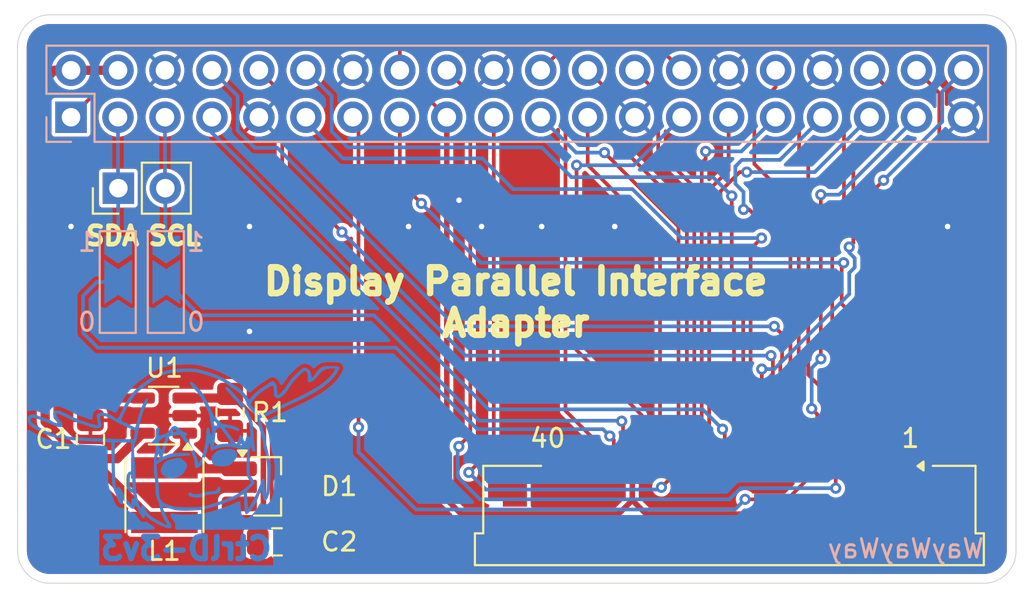
<source format=kicad_pcb>
(kicad_pcb (version 20241229) (generator "pcbnew") (generator_version "9.0")
  (layers (0 "F.Cu" signal) (2 "B.Cu" signal) (13 "F.Paste" user) (15 "B.Paste" user) (5 "F.SilkS" user "F.Silkscreen") (7 "B.SilkS" user "B.Silkscreen") (1 "F.Mask" user) (3 "B.Mask" user) (25 "Edge.Cuts" user))
  (net 0 "")
  (net 1 "GND")
  (net 2 "+5V")
  (net 3 "LED+")
  (net 4 "Net-(D1-A)")
  (net 5 "GPIO11")
  (net 6 "GPIO19")
  (net 7 "GPIO8")
  (net 8 "VDD")
  (net 9 "GPIO21")
  (net 10 "GPIO25")
  (net 11 "GPIO26")
  (net 12 "GPIO10")
  (net 13 "GPIO6")
  (net 14 "GPIO15")
  (net 15 "GPIO14")
  (net 16 "GPIO13")
  (net 17 "GPIO20")
  (net 18 "GPIO9")
  (net 19 "Net-(J1-SCL_I2C1{slash}GPIO03)")
  (net 20 "GPIO17")
  (net 21 "GPIO16")
  (net 22 "GPIO12")
  (net 23 "GPIO18")
  (net 24 "GPIO22")
  (net 25 "GPIO7")
  (net 26 "GPIO0")
  (net 27 "GPIO27")
  (net 28 "GPIO1")
  (net 29 "GPIO23")
  (net 30 "GPIO5")
  (net 31 "Net-(J1-SDA_I2C1{slash}GPIO02)")
  (net 32 "GPIO4")
  (net 33 "GPIO24")
  (net 34 "LED-")
  (net 37 "GPIO3")
  (net 39 "GPIO2")
  (footprint "Package_TO_SOT_SMD:SOT-23-5" (layer "F.Cu") (at 26.51 40.875 180)
    (property "Reference" "U1")
    (property "Value" "LT1937ES5")
  )
  (footprint "Connector_FFC-FPC:Amphenol_F32Q-1A7x1-11040_1x40-1MP_P0.5mm_Horizontal" (layer "F.Cu") (at 57.1 46.6)
    (property "Reference" "J2" (hide yes))
    (property "Value" "DPI Connector")
  )
  (footprint "Resistor_SMD:R_0805_2012Metric_Pad1.20x1.40mm_HandSolder" (layer "F.Cu") (at 30.1 40.7 -90)
    (property "Reference" "R1")
    (property "Value" "4R")
  )
  (footprint "Connector_PinHeader_2.54mm:PinHeader_1x02_P2.54mm_Vertical" (layer "F.Cu") (at 24.06 28.575 90)
    (property "Reference" "J3" (hide yes))
    (property "Value" "Conn_01x02_Pin")
  )
  (footprint "Inductor_SMD:L_Vishay_IFSC-1515AH_4x4x1.8mm" (layer "F.Cu") (at 26.55 45.175 90)
    (property "Reference" "L1")
    (property "Value" "22 uH")
  )
  (footprint "Capacitor_SMD:C_0805_2012Metric_Pad1.18x1.45mm_HandSolder" (layer "F.Cu") (at 22.55 42.1625 90)
    (property "Reference" "C1")
    (property "Value" "1uF")
  )
  (footprint "Package_TO_SOT_SMD:SOT-23_Handsoldering" (layer "F.Cu") (at 32.1 44.7)
    (property "Reference" "D1")
    (property "Value" "D_Schottky")
  )
  (footprint "Capacitor_SMD:C_0805_2012Metric_Pad1.18x1.45mm_HandSolder" (layer "F.Cu") (at 32.6375 47.7 180)
    (property "Reference" "C2")
    (property "Value" "0.22 uF")
  )
  (footprint "Connector_PinSocket_2.54mm:PinSocket_2x20_P2.54mm_Vertical" (layer "B.Cu") (at 21.5 24.74 -90)
    (property "Reference" "J1" (hide yes))
    (property "Value" "Raspberry_Pi_4" (hide yes))
  )
  (footprint "LOGO" (layer "B.Cu") (at 28.1432 43.2308 180)
    (property "Reference" "G***" (hide yes))
    (property "Value" "LOGO" (hide yes))
  )
  (footprint "Jumper:SolderJumper-3_P2.0mm_Open_TrianglePad1.0x1.5mm_NumberLabels" (layer "B.Cu") (at 26.65 33.65 -90)
    (property "Reference" "JP1" (hide yes))
    (property "Value" "SolderJumper_3_Open" (hide yes))
  )
  (footprint "LOGO" (layer "B.Cu") (at 28.1432 43.2308 180)
    (property "Reference" "G***" (hide yes))
    (property "Value" "LOGO" (hide yes))
  )
  (footprint "Jumper:SolderJumper-3_P2.0mm_Open_TrianglePad1.0x1.5mm_NumberLabels" (layer "B.Cu") (at 24.05 33.65 -90)
    (property "Reference" "JP2" (hide yes))
    (property "Value" "SolderJumper_3_Open" (hide yes))
  )
  (gr_line (start 18.612601 48.2) (end 18.60399 20.95) (stroke (width 0.05)) (layer "Edge.Cuts"))
  (gr_line (start 70.862598 49.937437) (end 20.350038 49.937437) (stroke (width 0.05)) (layer "Edge.Cuts"))
  (gr_arc (start 18.603991 20.95) (mid 19.116553 19.71256) (end 20.35399 19.199991) (stroke (width 0.05)) (layer "Edge.Cuts"))
  (gr_arc (start 72.600038 48.187436) (mid 72.095621 49.424136) (end 70.862601 49.937482) (stroke (width 0.05)) (layer "Edge.Cuts"))
  (gr_arc (start 20.350038 49.937437) (mid 19.121485 49.428553) (end 18.612601 48.2) (stroke (width 0.05)) (layer "Edge.Cuts"))
  (gr_line (start 72.6 20.95) (end 72.6 48.183018) (stroke (width 0.05)) (layer "Edge.Cuts"))
  (gr_arc (start 70.85 19.2) (mid 72.087437 19.712563) (end 72.6 20.95) (stroke (width 0.05)) (layer "Edge.Cuts"))
  (gr_line (start 20.359916 19.2) (end 70.85 19.2) (stroke (width 0.05)) (layer "Edge.Cuts"))
  (gr_text "CtrlD-3v3" (at 32.49428 48.767035 -0) (layer "B.Cu") (effects (font (size 1.2 1.2) (thickness 0.3) (bold yes)) (justify left bottom mirror)))
  (gr_text "1" (at 66.32 42.68 0) (layer "F.SilkS") (effects (font (size 1 1)) (justify left bottom)))
  (gr_text "SCL" (at 25.553922 31.740575 0) (layer "F.SilkS") (effects (font (size 1 1) (thickness 0.25) (bold yes)) (justify left bottom)))
  (gr_text "40" (at 46.22 42.68 0) (layer "F.SilkS") (effects (font (size 1 1)) (justify left bottom)))
  (gr_text "SDA" (at 22.173421 31.740575 0) (layer "F.SilkS") (effects (font (size 1 1) (thickness 0.25) (bold yes)) (justify left bottom)))
  (gr_text "Display Parallel Interface\nAdapter" (at 45.55 36.693711 0) (layer "F.SilkS") (effects (font (size 1.4 1.4) (thickness 0.35) (bold yes)) (justify bottom)))
  (gr_text "1" (at 28.829 32.0802 -0) (layer "B.SilkS") (effects (font (size 1 1)) (justify left bottom mirror)))
  (gr_text "WayWayWay" (at 70.95 48.65 -0) (layer "B.SilkS") (effects (font (size 1 1)) (justify left bottom mirror)))
  (gr_text "1" (at 22.9362 32.0802 -0) (layer "B.SilkS") (effects (font (size 1 1)) (justify left bottom mirror)))
  (gr_text "0" (at 22.9362 36.3982 0) (layer "B.SilkS") (effects (font (size 1 1)) (justify left bottom mirror)))
  (gr_text "0" (at 28.829 36.3982 0) (layer "B.SilkS") (effects (font (size 1 1)) (justify left bottom mirror)))
  (segment (start 22.55 41.125) (end 22.8 40.875) (width 0.5) (layer "F.Cu") (net 1))
  (segment (start 69.76 24.833) (end 69.76 24.74) (width 0.2) (layer "F.Cu") (net 1))
  (segment (start 30.3014 41.7) (end 30.1 41.7) (width 0.2) (layer "F.Cu") (net 1))
  (segment (start 30.6388 42.037) (end 30.3014 41.7) (width 0.2) (layer "F.Cu") (net 1))
  (via (at 43.7 30.65) (size 0.6) (drill 0.3) (layers "F.Cu" "B.Cu") (net 1))
  (via (at 21.5 30.65) (size 0.6) (drill 0.3) (layers "F.Cu" "B.Cu") (net 1))
  (via (at 46.95 30.65) (size 0.6) (drill 0.3) (layers "F.Cu" "B.Cu") (net 1))
  (via (at 31.15 36.32) (size 0.6) (drill 0.3) (layers "F.Cu" "B.Cu") (net 1))
  (via (at 50.9 30.65) (size 0.6) (drill 0.3) (layers "F.Cu" "B.Cu") (net 1))
  (via (at 39.75 30.65) (size 0.6) (drill 0.3) (layers "F.Cu" "B.Cu") (net 1))
  (via (at 31.15 30.65) (size 0.6) (drill 0.3) (layers "F.Cu" "B.Cu") (net 1))
  (via (at 42.479625 29.226673) (size 0.6) (drill 0.3) (layers "F.Cu" "B.Cu") (net 1))
  (via (at 68.9 30.65) (size 0.6) (drill 0.3) (layers "F.Cu" "B.Cu") (net 1))
  (segment (start 24.04 22.2) (end 21.5 22.2) (width 0.5) (layer "F.Cu") (net 2))
  (segment (start 20.1 22.7) (end 20.1 39.95) (width 0.5) (layer "F.Cu") (net 2))
  (segment (start 22.55 43.2) (end 23.9975 43.2) (width 0.5) (layer "F.Cu") (net 2))
  (segment (start 26.55 46.65) (end 26 46.65) (width 0.5) (layer "F.Cu") (net 2))
  (segment (start 22.1 43.2) (end 22.55 43.2) (width 0.5) (layer "F.Cu") (net 2))
  (segment (start 26 46.65) (end 22.55 43.2) (width 0.5) (layer "F.Cu") (net 2))
  (segment (start 25.3725 39.925) (end 20.125 39.925) (width 0.5) (layer "F.Cu") (net 2))
  (segment (start 20.1 41.2) (end 22.1 43.2) (width 0.5) (layer "F.Cu") (net 2))
  (segment (start 23.9975 43.2) (end 25.3725 41.825) (width 0.5) (layer "F.Cu") (net 2))
  (segment (start 20.6 22.2) (end 20.1 22.7) (width 0.5) (layer "F.Cu") (net 2))
  (segment (start 20.1 39.95) (end 20.1 41.2) (width 0.5) (layer "F.Cu") (net 2))
  (segment (start 21.5 22.2) (end 20.6 22.2) (width 0.5) (layer "F.Cu") (net 2))
  (segment (start 20.125 39.925) (end 20.1 39.95) (width 0.5) (layer "F.Cu") (net 2))
  (segment (start 64.809 46.7) (end 34.675 46.7) (width 0.3) (layer "F.Cu") (net 3))
  (segment (start 33.6 44.7) (end 33.6 47.625) (width 0.5) (layer "F.Cu") (net 3))
  (segment (start 66.35 43.7) (end 66.35 45.159) (width 0.3) (layer "F.Cu") (net 3))
  (segment (start 34.675 46.7) (end 33.675 47.7) (width 0.3) (layer "F.Cu") (net 3))
  (segment (start 66.35 45.159) (end 64.809 46.7) (width 0.3) (layer "F.Cu") (net 3))
  (segment (start 33.6 47.625) (end 33.675 47.7) (width 0.5) (layer "F.Cu") (net 3))
  (segment (start 27.652 42.602) (end 28.8 43.75) (width 0.5) (layer "F.Cu") (net 4))
  (segment (start 27.652 42.602) (end 27.648 42.606) (width 0.5) (layer "F.Cu") (net 4))
  (segment (start 28.8 43.75) (end 26.6 43.75) (width 0.5) (layer "F.Cu") (net 4))
  (segment (start 27.6475 42.602) (end 27.652 42.602) (width 0.5) (layer "F.Cu") (net 4))
  (segment (start 26.6 43.75) (end 26.55 43.7) (width 0.5) (layer "F.Cu") (net 4))
  (segment (start 27.6475 41.825) (end 27.6475 42.602) (width 0.5) (layer "F.Cu") (net 4))
  (segment (start 30.6 43.75) (end 28.8 43.75) (width 0.5) (layer "F.Cu") (net 4))
  (segment (start 27.648 42.606) (end 27.648 43.248) (width 0.5) (layer "F.Cu") (net 4))
  (segment (start 27.648 43.248) (end 27.7 43.3) (width 0.5) (layer "F.Cu") (net 4))
  (segment (start 27.6475 42.602) (end 26.55 43.7) (width 0.5) (layer "F.Cu") (net 4))
  (segment (start 49.44 27.322) (end 53.35 31.232) (width 0.2) (layer "F.Cu") (net 5))
  (segment (start 53.35 31.232) (end 53.35 43.7) (width 0.2) (layer "F.Cu") (net 5))
  (segment (start 49.44 24.74) (end 49.44 27.322) (width 0.2) (layer "F.Cu") (net 5))
  (segment (start 57.0248 34.553) (end 57.1483 34.676) (width 0.2) (layer "F.Cu") (net 6))
  (segment (start 57.1483 34.676) (end 57.35 34.878) (width 0.2) (layer "F.Cu") (net 6))
  (segment (start 57.35 34.878) (end 57.35 43.7) (width 0.2) (layer "F.Cu") (net 6))
  (segment (start 56.6166 34.145) (end 57.0248 34.553) (width 0.2) (layer "F.Cu") (net 6))
  (segment (start 57.0248 34.553) (end 57.1483 34.676) (width 0.2) (layer "F.Cu") (net 6))
  (segment (start 58.036 27.707) (end 57.6557 27.707) (width 0.2) (layer "F.Cu") (net 6))
  (segment (start 56.6166 28.746) (end 56.6166 34.145) (width 0.2) (layer "F.Cu") (net 6))
  (segment (start 57.6557 27.707) (end 56.6166 28.746) (width 0.2) (layer "F.Cu") (net 6))
  (via (at 58.036 27.707) (size 0.6) (drill 0.3) (layers "F.Cu" "B.Cu") (net 6))
  (segment (start 61.713 27.707) (end 58.036 27.707) (width 0.2) (layer "B.Cu") (net 6))
  (segment (start 64.68 24.74) (end 61.713 27.707) (width 0.2) (layer "B.Cu") (net 6))
  (segment (start 54.85 42.284) (end 54.85 43.7) (width 0.2) (layer "F.Cu") (net 7))
  (segment (start 54.8007 42.235) (end 54.85 42.284) (width 0.2) (layer "F.Cu") (net 7))
  (segment (start 49.44 22.2) (end 50.71 23.47) (width 0.2) (layer "F.Cu") (net 7))
  (segment (start 54.8007 29.916) (end 54.8007 42.235) (width 0.2) (layer "F.Cu") (net 7))
  (segment (start 50.71 23.47) (end 50.71 25.826) (width 0.2) (layer "F.Cu") (net 7))
  (segment (start 50.71 25.826) (end 54.8007 29.916) (width 0.2) (layer "F.Cu") (net 7))
  (segment (start 38.80324 23.351) (end 40.431 23.351) (width 0.2) (layer "F.Cu") (net 8))
  (segment (start 21.5 24.74) (end 22.889 23.351) (width 0.2) (layer "F.Cu") (net 8))
  (segment (start 25.429 21.72324) (end 26.10324 21.049) (width 0.2) (layer "F.Cu") (net 8))
  (segment (start 65.35 43.7) (end 65.39 43.66) (width 0.2) (layer "F.Cu") (net 8))
  (segment (start 38.129 21.96124) (end 38.129 22.67676) (width 0.2) (layer "F.Cu") (net 8))
  (segment (start 42.6 46.2) (end 51.1 46.2) (width 0.3) (layer "F.Cu") (net 8))
  (segment (start 51.85 45.45) (end 52.6 46.2) (width 0.3) (layer "F.Cu") (net 8))
  (segment (start 52.6 46.2) (end 63.95 46.2) (width 0.3) (layer "F.Cu") (net 8))
  (segment (start 24.75476 23.351) (end 25.429 22.67676) (width 0.2) (layer "F.Cu") (net 8))
  (segment (start 51.1 46.2) (end 51.85 45.45) (width 0.3) (layer "F.Cu") (net 8))
  (segment (start 25.429 22.67676) (end 25.429 21.72324) (width 0.2) (layer "F.Cu") (net 8))
  (segment (start 41.82 24.74) (end 41.82 45.42) (width 0.3) (layer "F.Cu") (net 8))
  (segment (start 22.889 23.351) (end 24.75476 23.351) (width 0.2) (layer "F.Cu") (net 8))
  (segment (start 63.95 46.2) (end 65.35 44.8) (width 0.3) (layer "F.Cu") (net 8))
  (segment (start 41.82 45.42) (end 42.6 46.2) (width 0.3) (layer "F.Cu") (net 8))
  (segment (start 38.129 22.67676) (end 38.80324 23.351) (width 0.2) (layer "F.Cu") (net 8))
  (segment (start 40.431 23.351) (end 41.82 24.74) (width 0.2) (layer "F.Cu") (net 8))
  (segment (start 26.10324 21.049) (end 37.21676 21.049) (width 0.2) (layer "F.Cu") (net 8))
  (segment (start 37.21676 21.049) (end 38.129 21.96124) (width 0.2) (layer "F.Cu") (net 8))
  (segment (start 51.85 45.45) (end 51.85 43.7) (width 0.3) (layer "F.Cu") (net 8))
  (segment (start 65.35 44.8) (end 65.35 43.7) (width 0.3) (layer "F.Cu") (net 8))
  (segment (start 21.788 24.452) (end 21.5 24.74) (width 0.2) (layer "B.Cu") (net 8))
  (segment (start 64.35 29.23776) (end 64.35 43.7) (width 0.2) (layer "F.Cu") (net 9))
  (segment (start 65.43776 28.15) (end 64.35 29.23776) (width 0.2) (layer "F.Cu") (net 9))
  (via (at 65.43776 28.15) (size 0.6) (drill 0.3) (layers "F.Cu" "B.Cu") (net 9))
  (segment (start 68.609 23.351) (end 68.609 24.97876) (width 0.2) (layer "B.Cu") (net 9))
  (segment (start 69.76 22.2) (end 68.609 23.351) (width 0.2) (layer "B.Cu") (net 9))
  (segment (start 68.609 24.97876) (end 65.43776 28.15) (width 0.2) (layer "B.Cu") (net 9))
  (segment (start 61.364 27.098) (end 61.364 38.664) (width 0.2) (layer "F.Cu") (net 10))
  (segment (start 61.364 38.664) (end 62.35 39.65) (width 0.2) (layer "F.Cu") (net 10))
  (segment (start 62.35 39.65) (end 62.35 43.7) (width 0.2) (layer "F.Cu") (net 10))
  (segment (start 48.481 20.619) (end 59.728 20.619) (width 0.2) (layer "F.Cu") (net 10))
  (segment (start 46.9 22.2) (end 48.481 20.619) (width 0.2) (layer "F.Cu") (net 10))
  (segment (start 59.86 20.751) (end 60.87 21.76) (width 0.2) (layer "F.Cu") (net 10))
  (segment (start 60.87 26.603) (end 61.364 27.098) (width 0.2) (layer "F.Cu") (net 10))
  (segment (start 60.87 21.76) (end 60.87 26.603) (width 0.2) (layer "F.Cu") (net 10))
  (segment (start 59.728 20.619) (end 59.86 20.751) (width 0.2) (layer "F.Cu") (net 10))
  (segment (start 61.55 40.5) (end 61.85 40.8) (width 0.2) (layer "F.Cu") (net 11))
  (segment (start 62.042 28.928) (end 62.042 28.899) (width 0.2) (layer "F.Cu") (net 11))
  (segment (start 62.042 28.899) (end 62.091 28.85) (width 0.2) (layer "F.Cu") (net 11))
  (segment (start 62.042 28.928) (end 62.042 37.792) (width 0.2) (layer "F.Cu") (net 11))
  (segment (start 62.042 37.792) (end 62.05 37.8) (width 0.2) (layer "F.Cu") (net 11))
  (segment (start 61.85 40.8) (end 61.85 43.7) (width 0.2) (layer "F.Cu") (net 11))
  (via (at 62.042 28.928) (size 0.6) (drill 0.3) (layers "F.Cu" "B.Cu") (net 11))
  (via (at 61.55 40.5) (size 0.6) (drill 0.3) (layers "F.Cu" "B.Cu") (net 11))
  (via (at 62.05 37.8) (size 0.6) (drill 0.3) (layers "F.Cu" "B.Cu") (net 11))
  (segment (start 62.042 28.928) (end 63.032 28.928) (width 0.2) (layer "B.Cu") (net 11))
  (segment (start 62.05 37.8) (end 61.55 38.3) (width 0.2) (layer "B.Cu") (net 11))
  (segment (start 61.55 38.3) (end 61.55 40.5) (width 0.2) (layer "B.Cu") (net 11))
  (segment (start 63.032 28.928) (end 67.22 24.74) (width 0.2) (layer "B.Cu") (net 11))
  (segment (start 53.424064 44.748936) (end 53.85 44.323) (width 0.2) (layer "F.Cu") (net 12))
  (segment (start 44.36 42.596) (end 44.36 24.74) (width 0.2) (layer "F.Cu") (net 12))
  (segment (start 53.85 44.323) (end 53.85 43.7) (width 0.2) (layer "F.Cu") (net 12))
  (segment (start 53.424064 44.75) (end 53.424064 44.748936) (width 0.2) (layer "F.Cu") (net 12))
  (segment (start 43.01 43.946) (end 44.36 42.596) (width 0.2) (layer "F.Cu") (net 12))
  (via (at 43.01 43.946) (size 0.6) (drill 0.3) (layers "F.Cu" "B.Cu") (net 12))
  (via (at 53.424064 44.75) (size 0.6) (drill 0.3) (layers "F.Cu" "B.Cu") (net 12))
  (segment (start 43.9351 44.872) (end 43.01 43.946) (width 0.2) (layer "B.Cu") (net 12))
  (segment (start 53.424064 44.75) (end 53.302064 44.872) (width 0.2) (layer "B.Cu") (net 12))
  (segment (start 53.302064 44.872) (end 43.9351 44.872) (width 0.2) (layer "B.Cu") (net 12))
  (segment (start 55.8177 43.668) (end 55.85 43.7) (width 0.2) (layer "F.Cu") (net 13))
  (segment (start 55.8177 26.988) (end 55.6041 27.201) (width 0.2) (layer "F.Cu") (net 13))
  (segment (start 55.6041 41.903) (end 55.8177 42.116) (width 0.2) (layer "F.Cu") (net 13))
  (segment (start 55.6041 27.201) (end 55.6041 41.903) (width 0.2) (layer "F.Cu") (net 13))
  (segment (start 55.8177 26.988) (end 55.8177 26.586) (width 0.2) (layer "F.Cu") (net 13))
  (segment (start 55.8177 42.116) (end 55.8177 43.668) (width 0.2) (layer "F.Cu") (net 13))
  (via (at 55.8177 26.586) (size 0.6) (drill 0.3) (layers "F.Cu" "B.Cu") (net 13))
  (segment (start 57.7543 26.586) (end 55.8177 26.586) (width 0.2) (layer "B.Cu") (net 13))
  (segment (start 59.6 24.74) (end 57.7543 26.586) (width 0.2) (layer "B.Cu") (net 13))
  (segment (start 31.66 22.2) (end 32.9207 23.4607) (width 0.2) (layer "F.Cu") (net 14))
  (segment (start 59.452 38.607) (end 59.452 37.733) (width 0.2) (layer "F.Cu") (net 14))
  (segment (start 32.9207 27.7207) (end 36.15 30.95) (width 0.2) (layer "F.Cu") (net 14))
  (segment (start 59.452 37.733) (end 59.348 37.629) (width 0.2) (layer "F.Cu") (net 14))
  (segment (start 59.35 38.709) (end 59.452 38.607) (width 0.2) (layer "F.Cu") (net 14))
  (segment (start 32.9207 23.4607) (end 32.9207 27.7207) (width 0.2) (layer "F.Cu") (net 14))
  (segment (start 59.35 43.7) (end 59.35 38.709) (width 0.2) (layer "F.Cu") (net 14))
  (via (at 36.15 30.95) (size 0.6) (drill 0.3) (layers "F.Cu" "B.Cu") (net 14))
  (via (at 59.348 37.629) (size 0.6) (drill 0.3) (layers "F.Cu" "B.Cu") (net 14))
  (segment (start 42.829 37.629) (end 59.348 37.629) (width 0.2) (layer "B.Cu") (net 14))
  (segment (start 36.15 30.95) (end 42.829 37.629) (width 0.2) (layer "B.Cu") (net 14))
  (segment (start 59.853 43.697) (end 59.853 37.975) (width 0.2) (layer "F.Cu") (net 15))
  (segment (start 59.85 43.7) (end 59.853 43.697) (width 0.2) (layer "F.Cu") (net 15))
  (segment (start 59.95 37.878) (end 59.95 36.472) (width 0.2) (layer "F.Cu") (net 15))
  (segment (start 59.95 36.472) (end 59.526 36.048) (width 0.2) (layer "F.Cu") (net 15))
  (segment (start 59.853 37.975) (end 59.95 37.878) (width 0.2) (layer "F.Cu") (net 15))
  (via (at 59.526 36.048) (size 0.6) (drill 0.3) (layers "F.Cu" "B.Cu") (net 15))
  (segment (start 30.509 25.4611) (end 30.509 23.589) (width 0.2) (layer "B.Cu") (net 15))
  (segment (start 31.4449 26.397) (end 30.509 25.4611) (width 0.2) (layer "B.Cu") (net 15))
  (segment (start 42.3048 36.048) (end 32.6532 26.397) (width 0.2) (layer "B.Cu") (net 15))
  (segment (start 59.526 36.048) (end 42.3048 36.048) (width 0.2) (layer "B.Cu") (net 15))
  (segment (start 30.509 23.589) (end 29.12 22.2) (width 0.2) (layer "B.Cu") (net 15))
  (segment (start 32.6532 26.397) (end 31.4449 26.397) (width 0.2) (layer "B.Cu") (net 15))
  (segment (start 60.4 37.997) (end 60.35 38.046) (width 0.2) (layer "F.Cu") (net 16))
  (segment (start 60.35 38.046) (end 60.35 43.7) (width 0.2) (layer "F.Cu") (net 16))
  (segment (start 57.8651 29.726) (end 58.16 29.726) (width 0.2) (layer "F.Cu") (net 16))
  (segment (start 60.4 31.965) (end 60.4 37.997) (width 0.2) (layer "F.Cu") (net 16))
  (segment (start 58.16 29.726) (end 60.4 31.965) (width 0.2) (layer "F.Cu") (net 16))
  (via (at 57.8651 29.726) (size 0.6) (drill 0.3) (layers "F.Cu" "B.Cu") (net 16))
  (segment (start 59.834 27.046) (end 62.14 24.74) (width 0.2) (layer "B.Cu") (net 16))
  (segment (start 57.4223 27.404) (end 57.7797 27.046) (width 0.2) (layer "B.Cu") (net 16))
  (segment (start 57.8651 28.781) (end 57.4223 28.338) (width 0.2) (layer "B.Cu") (net 16))
  (segment (start 57.7797 27.046) (end 59.834 27.046) (width 0.2) (layer "B.Cu") (net 16))
  (segment (start 57.4223 28.338) (end 57.4223 27.404) (width 0.2) (layer "B.Cu") (net 16))
  (segment (start 57.8651 29.726) (end 57.8651 28.781) (width 0.2) (layer "B.Cu") (net 16))
  (segment (start 64.85 34.199) (end 64.85 43.701) (width 0.2) (layer "F.Cu") (net 17))
  (segment (start 68.45 26.55) (end 64.85 30.15) (width 0.2) (layer "F.Cu") (net 17))
  (segment (start 64.85 43.701) (end 64.801 43.75) (width 0.2) (layer "F.Cu") (net 17))
  (segment (start 67.22 22.2) (end 68.45 23.43) (width 0.2) (layer "F.Cu") (net 17))
  (segment (start 64.85 30.15) (end 64.85 34.199) (width 0.2) (layer "F.Cu") (net 17))
  (segment (start 68.45 23.43) (end 68.45 26.55) (width 0.2) (layer "F.Cu") (net 17))
  (segment (start 54.35 30.656) (end 50.3458 26.652) (width 0.2) (layer "F.Cu") (net 18))
  (segment (start 54.35 43.7) (end 54.35 30.656) (width 0.2) (layer "F.Cu") (net 18))
  (via (at 50.3458 26.652) (size 0.6) (drill 0.3) (layers "F.Cu" "B.Cu") (net 18))
  (segment (start 48.8122 26.652) (end 46.9 24.74) (width 0.2) (layer "B.Cu") (net 18))
  (segment (start 50.3458 26.652) (end 48.8122 26.652) (width 0.2) (layer "B.Cu") (net 18))
  (segment (start 26.6 24.76) (end 26.58 24.74) (width 0.2) (layer "B.Cu") (net 19))
  (segment (start 26.58 24.74) (end 26.58 28.555) (width 0.2) (layer "B.Cu") (net 19))
  (segment (start 26.6 31.6) (end 26.65 31.65) (width 0.2) (layer "B.Cu") (net 19))
  (segment (start 26.58 28.555) (end 26.6 28.575) (width 0.2) (layer "B.Cu") (net 19))
  (segment (start 26.6 28.575) (end 26.6 31.6) (width 0.2) (layer "B.Cu") (net 19))
  (segment (start 26.6 31.5) (end 26.7 31.6) (width 0.2) (layer "B.Cu") (net 19))
  (segment (start 58.248 38.607) (end 58.35 38.709) (width 0.2) (layer "F.Cu") (net 20))
  (segment (start 58.248 31.863) (end 58.248 38.607) (width 0.2) (layer "F.Cu") (net 20))
  (segment (start 58.35 38.709) (end 58.35 43.7) (width 0.2) (layer "F.Cu") (net 20))
  (segment (start 58.838 31.273) (end 58.248 31.863) (width 0.2) (layer "F.Cu") (net 20))
  (via (at 58.838 31.273) (size 0.6) (drill 0.3) (layers "F.Cu" "B.Cu") (net 20))
  (segment (start 36.2052 26.968) (end 43.7444 26.968) (width 0.2) (layer "B.Cu") (net 20))
  (segment (start 45.3996 28.624) (end 51.8549 28.624) (width 0.2) (layer "B.Cu") (net 20))
  (segment (start 34.2 24.963) (end 36.2052 26.968) (width 0.2) (layer "B.Cu") (net 20))
  (segment (start 51.8549 28.624) (end 54.5046 31.273) (width 0.2) (layer "B.Cu") (net 20))
  (segment (start 34.2 24.74) (end 34.2 24.963) (width 0.2) (layer "B.Cu") (net 20))
  (segment (start 43.7444 26.968) (end 45.3996 28.624) (width 0.2) (layer "B.Cu") (net 20))
  (segment (start 54.5046 31.273) (end 58.838 31.273) (width 0.2) (layer "B.Cu") (net 20))
  (segment (start 65.832 23.352) (end 65.832 25.217) (width 0.2) (layer "F.Cu") (net 21))
  (segment (start 63.801 27.248) (end 63.801 31.536) (width 0.2) (layer "F.Cu") (net 21))
  (segment (start 64.68 22.2) (end 65.832 23.352) (width 0.2) (layer "F.Cu") (net 21))
  (segment (start 58.85 43.7) (end 58.85 38.358) (width 0.2) (layer "F.Cu") (net 21))
  (segment (start 65.832 25.217) (end 63.801 27.248) (width 0.2) (layer "F.Cu") (net 21))
  (segment (start 63.801 31.536) (end 63.581 31.756) (width 0.2) (layer "F.Cu") (net 21))
  (via (at 63.581 31.756) (size 0.6) (drill 0.3) (layers "F.Cu" "B.Cu") (net 21))
  (via (at 58.85 38.358) (size 0.6) (drill 0.3) (layers "F.Cu" "B.Cu") (net 21))
  (segment (start 63.581 33.155) (end 63.878 32.858) (width 0.2) (layer "B.Cu") (net 21))
  (segment (start 63.878 32.858) (end 63.878 32.36) (width 0.2) (layer "B.Cu") (net 21))
  (segment (start 63.581 32.062) (end 63.581 31.756) (width 0.2) (layer "B.Cu") (net 21))
  (segment (start 59.527 38.358) (end 63.581 34.304) (width 0.2) (layer "B.Cu") (net 21))
  (segment (start 63.878 32.36) (end 63.581 32.062) (width 0.2) (layer "B.Cu") (net 21))
  (segment (start 63.581 34.304) (end 63.581 33.155) (width 0.2) (layer "B.Cu") (net 21))
  (segment (start 58.85 38.358) (end 59.527 38.358) (width 0.2) (layer "B.Cu") (net 21))
  (segment (start 59.6 23.111) (end 59.6 22.2) (width 0.2) (layer "F.Cu") (net 22))
  (segment (start 58.448 27.268) (end 58.448 24.263) (width 0.2) (layer "F.Cu") (net 22))
  (segment (start 58.448 24.263) (end 59.6 23.111) (width 0.2) (layer "F.Cu") (net 22))
  (segment (start 60.85 29.67) (end 58.448 27.268) (width 0.2) (layer "F.Cu") (net 22))
  (segment (start 60.85 43.7) (end 60.85 29.67) (width 0.2) (layer "F.Cu") (net 22))
  (segment (start 57.2273 33.536) (end 57.8466 34.155) (width 0.2) (layer "F.Cu") (net 23))
  (segment (start 57.8466 34.155) (end 57.8466 43.697) (width 0.2) (layer "F.Cu") (net 23))
  (segment (start 57.8466 43.697) (end 57.85 43.7) (width 0.2) (layer "F.Cu") (net 23))
  (segment (start 57.2273 28.994) (end 57.2273 33.536) (width 0.2) (layer "F.Cu") (net 23))
  (via (at 57.2273 28.994) (size 0.6) (drill 0.3) (layers "F.Cu" "B.Cu") (net 23))
  (segment (start 35.8998 25.812) (end 36.4543 26.367) (width 0.2) (layer "B.Cu") (net 23))
  (segment (start 35.589 25.5012) (end 35.589 23.589) (width 0.2) (layer "B.Cu") (net 23))
  (segment (start 35.589 23.589) (end 34.2 22.2) (width 0.2) (layer "B.Cu") (net 23))
  (segment (start 56.2134 27.98) (end 57.2273 28.994) (width 0.2) (layer "B.Cu") (net 23))
  (segment (start 35.8998 25.812) (end 35.589 25.5012) (width 0.2) (layer "B.Cu") (net 23))
  (segment (start 48.5604 27.98) (end 56.2134 27.98) (width 0.2) (layer "B.Cu") (net 23))
  (segment (start 36.4543 26.367) (end 46.9472 26.367) (width 0.2) (layer "B.Cu") (net 23))
  (segment (start 46.9472 26.367) (end 48.5604 27.98) (width 0.2) (layer "B.Cu") (net 23))
  (segment (start 39.28 24.74) (end 39.28 28.236) (width 0.2) (layer "F.Cu") (net 24))
  (segment (start 39.28 28.236) (end 40.4455 29.401) (width 0.2) (layer "F.Cu") (net 24))
  (segment (start 63.85 35.511) (end 63.85 43.7) (width 0.2) (layer "F.Cu") (net 24))
  (segment (start 63.172 34.833) (end 63.85 35.511) (width 0.2) (layer "F.Cu") (net 24))
  (segment (start 63.172 32.713) (end 63.172 34.833) (width 0.2) (layer "F.Cu") (net 24))
  (segment (start 63.277 32.609) (end 63.172 32.713) (width 0.2) (layer "F.Cu") (net 24))
  (via (at 63.277 32.609) (size 0.6) (drill 0.3) (layers "F.Cu" "B.Cu") (net 24))
  (via (at 40.4455 29.401) (size 0.6) (drill 0.3) (layers "F.Cu" "B.Cu") (net 24))
  (segment (start 40.4455 29.401) (end 43.6532 32.609) (width 0.2) (layer "B.Cu") (net 24))
  (segment (start 43.6532 32.609) (end 63.277 32.609) (width 0.2) (layer "B.Cu") (net 24))
  (segment (start 51.98 22.2) (end 53.25 23.47) (width 0.2) (layer "F.Cu") (net 25))
  (segment (start 53.25 23.47) (end 53.25 26.573) (width 0.2) (layer "F.Cu") (net 25))
  (segment (start 55.2024 28.525) (end 55.2024 42.069) (width 0.2) (layer "F.Cu") (net 25))
  (segment (start 55.35 42.216) (end 55.35 43.7) (width 0.2) (layer "F.Cu") (net 25))
  (segment (start 55.2024 42.069) (end 55.35 42.216) (width 0.2) (layer "F.Cu") (net 25))
  (segment (start 53.25 26.573) (end 55.2024 28.525) (width 0.2) (layer "F.Cu") (net 25))
  (segment (start 52.35 43.7) (end 52.35 40.844) (width 0.2) (layer "F.Cu") (net 26))
  (segment (start 52.35 40.844) (end 48.8382 37.332) (width 0.2) (layer "F.Cu") (net 26))
  (segment (start 48.8382 37.332) (end 48.8382 27.336) (width 0.2) (layer "F.Cu") (net 26))
  (via (at 48.8382 27.336) (size 0.6) (drill 0.3) (layers "F.Cu" "B.Cu") (net 26))
  (segment (start 54.52 24.74) (end 51.9238 27.336) (width 0.2) (layer "B.Cu") (net 26))
  (segment (start 51.9238 27.336) (end 48.8382 27.336) (width 0.2) (layer "B.Cu") (net 26))
  (segment (start 61.35 44.283824) (end 60.233824 45.4) (width 0.2) (layer "F.Cu") (net 27))
  (segment (start 37.0453 25.045) (end 36.74 24.74) (width 0.2) (layer "F.Cu") (net 27))
  (segment (start 61.35 43.7) (end 61.35 44.283824) (width 0.2) (layer "F.Cu") (net 27))
  (segment (start 60.233824 45.4) (end 57.95 45.4) (width 0.2) (layer "F.Cu") (net 27))
  (segment (start 37.0453 41.5) (end 37.0453 25.045) (width 0.2) (layer "F.Cu") (net 27))
  (via (at 57.95 45.4) (size 0.6) (drill 0.3) (layers "F.Cu" "B.Cu") (net 27))
  (via (at 37.0453 41.5) (size 0.6) (drill 0.3) (layers "F.Cu" "B.Cu") (net 27))
  (segment (start 37.0453 42.8453) (end 40.15 45.95) (width 0.2) (layer "B.Cu") (net 27))
  (segment (start 37.0453 41.5) (end 37.0453 42.8453) (width 0.2) (layer "B.Cu") (net 27))
  (segment (start 40.15 45.95) (end 57.4 45.95) (width 0.2) (layer "B.Cu") (net 27))
  (segment (start 57.4 45.95) (end 57.95 45.4) (width 0.2) (layer "B.Cu") (net 27))
  (segment (start 54.52 22.2) (end 53.3399 21.02) (width 0.2) (layer "F.Cu") (net 28))
  (segment (start 48.922 21.02) (end 48.2365 21.705) (width 0.2) (layer "F.Cu") (net 28))
  (segment (start 50.35 42.723) (end 50.35 43.7) (width 0.2) (layer "F.Cu") (net 28))
  (segment (start 53.3399 21.02) (end 48.922 21.02) (width 0.2) (layer "F.Cu") (net 28))
  (segment (start 48.2365 21.705) (end 48.2365 40.61) (width 0.2) (layer "F.Cu") (net 28))
  (segment (start 48.2365 40.61) (end 50.35 42.723) (width 0.2) (layer "F.Cu") (net 28))
  (segment (start 39.724 20.225) (end 48.3079 20.225) (width 0.2) (layer "F.Cu") (net 29))
  (segment (start 62.663 20.225) (end 63.296 20.858) (width 0.2) (layer "F.Cu") (net 29))
  (segment (start 39.28 20.669) (end 39.724 20.225) (width 0.2) (layer "F.Cu") (net 29))
  (segment (start 63.296 29.189) (end 62.661 29.823) (width 0.2) (layer "F.Cu") (net 29))
  (segment (start 59.8941 20.218) (end 59.9011 20.225) (width 0.2) (layer "F.Cu") (net 29))
  (segment (start 62.661 37.329) (end 63.35 38.018) (width 0.2) (layer "F.Cu") (net 29))
  (segment (start 63.296 20.858) (end 63.296 29.189) (width 0.2) (layer "F.Cu") (net 29))
  (segment (start 48.3079 20.225) (end 48.3149 20.218) (width 0.2) (layer "F.Cu") (net 29))
  (segment (start 63.35 38.018) (end 63.35 43.7) (width 0.2) (layer "F.Cu") (net 29))
  (segment (start 39.28 22.2) (end 39.28 20.669) (width 0.2) (layer "F.Cu") (net 29))
  (segment (start 59.9011 20.225) (end 62.663 20.225) (width 0.2) (layer "F.Cu") (net 29))
  (segment (start 48.3149 20.218) (end 59.8941 20.218) (width 0.2) (layer "F.Cu") (net 29))
  (segment (start 62.661 29.823) (end 62.661 37.329) (width 0.2) (layer "F.Cu") (net 29))
  (segment (start 57.06 27.608) (end 56.0058 28.662) (width 0.2) (layer "F.Cu") (net 30))
  (segment (start 56.35 42.08) (end 56.35 43.7) (width 0.2) (layer "F.Cu") (net 30))
  (segment (start 56.0058 41.736) (end 56.35 42.08) (width 0.2) (layer "F.Cu") (net 30))
  (segment (start 57.06 24.74) (end 57.06 27.608) (width 0.2) (layer "F.Cu") (net 30))
  (segment (start 56.0058 28.662) (end 56.0058 41.736) (width 0.2) (layer "F.Cu") (net 30))
  (segment (start 24.05 28.7) (end 24.05 31.65) (width 0.2) (layer "B.Cu") (net 31))
  (segment (start 24.06 28.69) (end 24.05 28.7) (width 0.2) (layer "B.Cu") (net 31))
  (segment (start 24.06 28.575) (end 24.06 28.69) (width 0.2) (layer "B.Cu") (net 31))
  (segment (start 24.06 24.76) (end 24.04 24.74) (width 0.2) (layer "B.Cu") (net 31))
  (segment (start 24.04 28.555) (end 24.06 28.575) (width 0.2) (layer "B.Cu") (net 31))
  (segment (start 24.04 24.74) (end 24.04 28.555) (width 0.2) (layer "B.Cu") (net 31))
  (segment (start 56.85 41.73) (end 56.7288 41.608) (width 0.2) (layer "F.Cu") (net 32))
  (segment (start 56.85 43.7) (end 56.85 41.73) (width 0.2) (layer "F.Cu") (net 32))
  (via (at 56.7288 41.608) (size 0.6) (drill 0.3) (layers "F.Cu" "B.Cu") (net 32))
  (segment (start 55.6554 40.535) (end 44.071 40.535) (width 0.2) (layer "B.Cu") (net 32))
  (segment (start 29.12 24.74) (end 29.12 25.584) (width 0.2) (layer "B.Cu") (net 32))
  (segment (start 56.7288 41.608) (end 55.6554 40.535) (width 0.2) (layer "B.Cu") (net 32))
  (segment (start 44.071 40.535) (end 29.12 25.584) (width 0.2) (layer "B.Cu") (net 32))
  (segment (start 43.0901 23.47) (end 41.82 22.2) (width 0.2) (layer "F.Cu") (net 33))
  (segment (start 43.0901 41.898) (end 43.0901 23.47) (width 0.2) (layer "F.Cu") (net 33))
  (segment (start 42.5881 42.4) (end 43.0901 41.898) (width 0.2) (layer "F.Cu") (net 33))
  (segment (start 42.47 42.541) (end 42.5881 42.4229) (width 0.2) (layer "F.Cu") (net 33))
  (segment (start 62.85 44.8) (end 62.85 43.7) (width 0.2) (layer "F.Cu") (net 33))
  (segment (start 42.5881 42.4229) (end 42.5881 42.4) (width 0.2) (layer "F.Cu") (net 33))
  (via (at 62.85 44.8) (size 0.6) (drill 0.3) (layers "F.Cu" "B.Cu") (net 33))
  (via (at 42.47 42.541) (size 0.6) (drill 0.3) (layers "F.Cu" "B.Cu") (net 33))
  (segment (start 57.100057 45.4) (end 57.701057 44.799) (width 0.2) (layer "B.Cu") (net 33))
  (segment (start 57.701057 44.799) (end 62.55 44.799) (width 0.2) (layer "B.Cu") (net 33))
  (segment (start 42.409 44.194943) (end 43.614057 45.4) (width 0.2) (layer "B.Cu") (net 33))
  (segment (start 42.47 42.541) (end 42.409 42.602) (width 0.2) (layer "B.Cu") (net 33))
  (segment (start 43.614057 45.4) (end 57.100057 45.4) (width 0.2) (layer "B.Cu") (net 33))
  (segment (start 62.55 44.799) (end 62.551 44.8) (width 0.2) (layer "B.Cu") (net 33))
  (segment (start 62.551 44.8) (end 62.85 44.8) (width 0.2) (layer "B.Cu") (net 33))
  (segment (start 42.409 42.602) (end 42.409 44.194943) (width 0.2) (layer "B.Cu") (net 33))
  (segment (start 35.049 48.776) (end 36.625 47.2) (width 0.3) (layer "F.Cu") (net 34))
  (segment (start 33.08163 48.776) (end 35.049 48.776) (width 0.3) (layer "F.Cu") (net 34))
  (segment (start 32.7365 48.43087) (end 32.7365 47.16713) (width 0.3) (layer "F.Cu") (net 34))
  (segment (start 36.625 47.2) (end 65.05 47.2) (width 0.3) (layer "F.Cu") (net 34))
  (segment (start 32.7365 47.16713) (end 31.901 46.33163) (width 0.3) (layer "F.Cu") (net 34))
  (segment (start 66.85 43.7) (end 66.85 45.35) (width 0.3) (layer "F.Cu") (net 34))
  (segment (start 27.6475 39.925) (end 29.875 39.925) (width 0.5) (layer "F.Cu") (net 34))
  (segment (start 31.901 41.501) (end 30.1 39.7) (width 0.3) (layer "F.Cu") (net 34))
  (segment (start 66.85 45.4) (end 66.85 45.35) (width 0.3) (layer "F.Cu") (net 34))
  (segment (start 65.05 47.2) (end 66.85 45.4) (width 0.3) (layer "F.Cu") (net 34))
  (segment (start 33.08163 48.776) (end 32.7365 48.43087) (width 0.3) (layer "F.Cu") (net 34))
  (segment (start 31.901 46.33163) (end 31.901 41.501) (width 0.3) (layer "F.Cu") (net 34))
  (segment (start 29.875 39.925) (end 30.1 39.7) (width 0.5) (layer "F.Cu") (net 34))
  (segment (start 51.35 41.25) (end 51.35 43.7) (width 0.2) (layer "F.Cu") (net 37))
  (segment (start 51.275 41.175) (end 51.35 41.25) (width 0.2) (layer "F.Cu") (net 37))
  (segment (start 51.275 41.175) (end 51.25 41.15) (width 0.2) (layer "F.Cu") (net 37))
  (via (at 51.275 41.175) (size 0.6) (drill 0.3) (layers "F.Cu" "B.Cu") (net 37))
  (segment (start 38.666304 36.233696) (end 37.882608 35.45) (width 0.2) (layer "B.Cu") (net 37))
  (segment (start 43.583083 41.15) (end 38.666304 36.233696) (width 0.2) (layer "B.Cu") (net 37))
  (segment (start 37.882608 35.45) (end 28.45 35.45) (width 0.2) (layer "B.Cu") (net 37))
  (segment (start 28.45 35.45) (end 26.65 33.65) (width 0.2) (layer "B.Cu") (net 37))
  (segment (start 51.25 41.15) (end 43.583083 41.15) (width 0.2) (layer "B.Cu") (net 37))
  (segment (start 51.275 41.175) (end 51.25 41.15) (width 0.2) (layer "B.Cu") (net 37))
  (segment (start 50.85 42.195) (end 50.6322 41.977) (width 0.2) (layer "F.Cu") (net 39))
  (segment (start 50.85 43.7) (end 50.85 42.195) (width 0.2) (layer "F.Cu") (net 39))
  (via (at 50.6322 41.977) (size 0.6) (drill 0.3) (layers "F.Cu" "B.Cu") (net 39))
  (segment (start 22.9 33.65) (end 22.15 34.4) (width 0.2) (layer "B.Cu") (net 39))
  (segment (start 50.2633 41.608) (end 50.6322 41.977) (width 0.2) (layer "B.Cu") (net 39))
  (segment (start 22.95 37.2) (end 39.065574 37.2) (width 0.2) (layer "B.Cu") (net 39))
  (segment (start 39.065574 37.2) (end 43.473574 41.608) (width 0.2) (layer "B.Cu") (net 39))
  (segment (start 24.05 33.65) (end 22.9 33.65) (width 0.2) (layer "B.Cu") (net 39))
  (segment (start 43.473574 41.608) (end 50.2633 41.608) (width 0.2) (layer "B.Cu") (net 39))
  (segment (start 22.15 34.4) (end 22.15 36.4) (width 0.2) (layer "B.Cu") (net 39))
  (segment (start 22.15 36.4) (end 22.95 37.2) (width 0.2) (layer "B.Cu") (net 39))
  (zone (net 1) (net_name "GND") (layers "F.Cu" "B.Cu") (connect_pads (clearance 0.2)) (min_thickness 0.2) (fill yes (thermal_gap 0.2) (thermal_bridge_width 0.2) (smoothing fillet) (island_removal_mode 2) (island_area_min 12))
    (polygon (pts (xy 17.946901 18.4) (xy 73.05 18.4) (xy 73.05 50.15) (xy 72.236736 50.963264) (xy 17.658997 50.913368)))
  )
)
</source>
